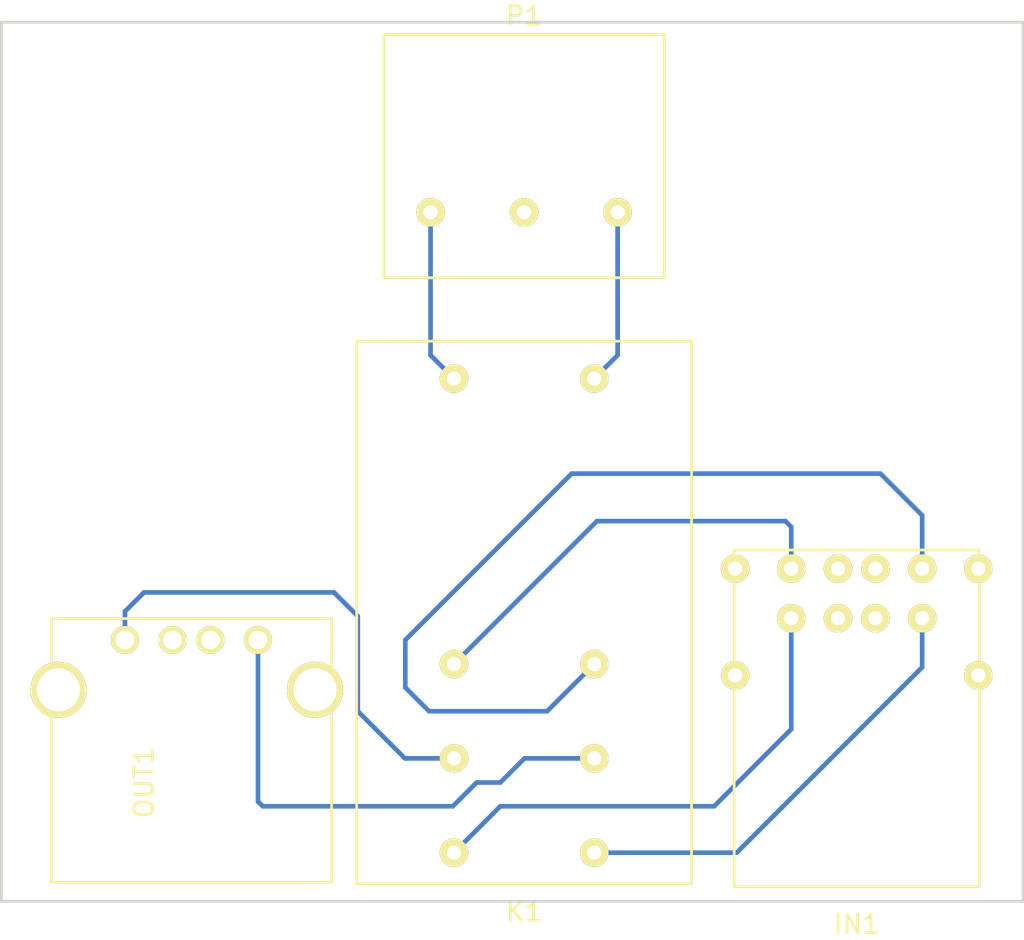
<source format=kicad_pcb>
(kicad_pcb (version 4) (host pcbnew "(after 2015-mar-04 BZR unknown)-product")

  (general
    (links 8)
    (no_connects 0)
    (area 153.594999 59.495 208.355001 110.145)
    (thickness 1.6)
    (drawings 4)
    (tracks 37)
    (zones 0)
    (modules 4)
    (nets 16)
  )

  (page A4)
  (layers
    (0 F.Cu signal)
    (31 B.Cu signal)
    (32 B.Adhes user)
    (33 F.Adhes user)
    (34 B.Paste user)
    (35 F.Paste user)
    (36 B.SilkS user)
    (37 F.SilkS user)
    (38 B.Mask user)
    (39 F.Mask user)
    (40 Dwgs.User user)
    (41 Cmts.User user)
    (42 Eco1.User user)
    (43 Eco2.User user)
    (44 Edge.Cuts user)
    (45 Margin user)
    (46 B.CrtYd user)
    (47 F.CrtYd user)
    (48 B.Fab user)
    (49 F.Fab user)
  )

  (setup
    (last_trace_width 0.25)
    (trace_clearance 0.2)
    (zone_clearance 0.508)
    (zone_45_only no)
    (trace_min 0.2)
    (segment_width 0.2)
    (edge_width 0.15)
    (via_size 0.6)
    (via_drill 0.4)
    (via_min_size 0.4)
    (via_min_drill 0.3)
    (uvia_size 0.3)
    (uvia_drill 0.1)
    (uvias_allowed no)
    (uvia_min_size 0.2)
    (uvia_min_drill 0.1)
    (pcb_text_width 0.3)
    (pcb_text_size 1.5 1.5)
    (mod_edge_width 0.15)
    (mod_text_size 1 1)
    (mod_text_width 0.15)
    (pad_size 1.524 1.524)
    (pad_drill 0.762)
    (pad_to_mask_clearance 0.2)
    (aux_axis_origin 0 0)
    (visible_elements FFFFFF7F)
    (pcbplotparams
      (layerselection 0x01000_80000000)
      (usegerberextensions false)
      (excludeedgelayer false)
      (linewidth 1.000000)
      (plotframeref false)
      (viasonmask false)
      (mode 1)
      (useauxorigin false)
      (hpglpennumber 1)
      (hpglpenspeed 20)
      (hpglpendiameter 15)
      (hpglpenoverlay 2)
      (psnegative false)
      (psa4output false)
      (plotreference true)
      (plotvalue true)
      (plotinvisibletext false)
      (padsonsilk false)
      (subtractmaskfromsilk false)
      (outputformat 4)
      (mirror true)
      (drillshape 1)
      (scaleselection 1)
      (outputdirectory ""))
  )

  (net 0 "")
  (net 1 "Net-(IN1-Pad1)")
  (net 2 "Net-(IN1-Pad2)")
  (net 3 "Net-(IN1-Pad3)")
  (net 4 "Net-(IN1-Pad4)")
  (net 5 "Net-(IN1-Pad5)")
  (net 6 "Net-(IN1-Pad6)")
  (net 7 "Net-(IN1-Pad7)")
  (net 8 "Net-(IN1-Pad8)")
  (net 9 "Net-(K1-Pad1)")
  (net 10 "Net-(K1-Pad16)")
  (net 11 "Net-(K1-Pad4)")
  (net 12 "Net-(K1-Pad13)")
  (net 13 "Net-(OUT1-Pad3)")
  (net 14 "Net-(OUT1-Pad2)")
  (net 15 "Net-(P1-Pad2)")

  (net_class Default "This is the default net class."
    (clearance 0.2)
    (trace_width 0.25)
    (via_dia 0.6)
    (via_drill 0.4)
    (uvia_dia 0.3)
    (uvia_drill 0.1)
    (add_net "Net-(IN1-Pad1)")
    (add_net "Net-(IN1-Pad2)")
    (add_net "Net-(IN1-Pad3)")
    (add_net "Net-(IN1-Pad4)")
    (add_net "Net-(IN1-Pad5)")
    (add_net "Net-(IN1-Pad6)")
    (add_net "Net-(IN1-Pad7)")
    (add_net "Net-(IN1-Pad8)")
    (add_net "Net-(K1-Pad1)")
    (add_net "Net-(K1-Pad13)")
    (add_net "Net-(K1-Pad16)")
    (add_net "Net-(K1-Pad4)")
    (add_net "Net-(OUT1-Pad2)")
    (add_net "Net-(OUT1-Pad3)")
    (add_net "Net-(P1-Pad2)")
  )

  (module power-source:USB2AW (layer F.Cu) (tedit 55AA063F) (tstamp 55AA14B1)
    (at 199.39 90.17)
    (path /55A96130)
    (fp_text reference IN1 (at 0 19) (layer F.SilkS)
      (effects (font (size 1 1) (thickness 0.15)))
    )
    (fp_text value CONN_01X08 (at 0 -3) (layer F.Fab)
      (effects (font (size 1 1) (thickness 0.15)))
    )
    (fp_line (start -6.55 -1) (end -6.55 17) (layer F.SilkS) (width 0.15))
    (fp_line (start -6.55 17) (end 6.55 17) (layer F.SilkS) (width 0.15))
    (fp_line (start 6.55 17) (end 6.55 -1) (layer F.SilkS) (width 0.15))
    (fp_line (start 6.55 -1) (end -6.55 -1) (layer F.SilkS) (width 0.15))
    (pad 1 thru_hole circle (at -3.5 0) (size 1.524 1.524) (drill 0.762) (layers *.Cu *.Mask F.SilkS)
      (net 1 "Net-(IN1-Pad1)"))
    (pad 2 thru_hole circle (at -1 0) (size 1.524 1.524) (drill 0.762) (layers *.Cu *.Mask F.SilkS)
      (net 2 "Net-(IN1-Pad2)"))
    (pad 3 thru_hole circle (at 1 0) (size 1.524 1.524) (drill 0.762) (layers *.Cu *.Mask F.SilkS)
      (net 3 "Net-(IN1-Pad3)"))
    (pad 4 thru_hole circle (at 3.5 0) (size 1.524 1.524) (drill 0.762) (layers *.Cu *.Mask F.SilkS)
      (net 4 "Net-(IN1-Pad4)"))
    (pad 5 thru_hole circle (at -3.5 2.65) (size 1.524 1.524) (drill 0.762) (layers *.Cu *.Mask F.SilkS)
      (net 5 "Net-(IN1-Pad5)"))
    (pad 6 thru_hole circle (at -1 2.65) (size 1.524 1.524) (drill 0.762) (layers *.Cu *.Mask F.SilkS)
      (net 6 "Net-(IN1-Pad6)"))
    (pad 7 thru_hole circle (at 1 2.65) (size 1.524 1.524) (drill 0.762) (layers *.Cu *.Mask F.SilkS)
      (net 7 "Net-(IN1-Pad7)"))
    (pad 8 thru_hole circle (at 3.5 2.65) (size 1.524 1.524) (drill 0.762) (layers *.Cu *.Mask F.SilkS)
      (net 8 "Net-(IN1-Pad8)"))
    (pad 14 thru_hole circle (at -6.5 0) (size 1.524 1.524) (drill 0.762) (layers *.Cu *.Mask F.SilkS))
    (pad 15 thru_hole circle (at 6.5 0) (size 1.524 1.524) (drill 0.762) (layers *.Cu *.Mask F.SilkS))
    (pad 16 thru_hole circle (at -6.5 5.7) (size 1.524 1.524) (drill 0.762) (layers *.Cu *.Mask F.SilkS))
    (pad 17 thru_hole circle (at 6.5 5.7) (size 1.524 1.524) (drill 0.762) (layers *.Cu *.Mask F.SilkS))
  )

  (module power-source:RELAY (layer F.Cu) (tedit 55AA13DA) (tstamp 55AA14C1)
    (at 181.61 80.01)
    (path /55338D29)
    (fp_text reference K1 (at 0 28.5) (layer F.SilkS)
      (effects (font (size 1 1) (thickness 0.15)))
    )
    (fp_text value RELAY_G5V-2 (at 0 -3.5) (layer F.Fab)
      (effects (font (size 1 1) (thickness 0.15)))
    )
    (fp_line (start -8.95 -2) (end -8.95 27) (layer F.SilkS) (width 0.15))
    (fp_line (start -8.95 -2) (end 8.95 -2) (layer F.SilkS) (width 0.15))
    (fp_line (start -8.95 27) (end 8.95 27) (layer F.SilkS) (width 0.15))
    (fp_line (start 8.95 -2) (end 8.95 27) (layer F.SilkS) (width 0.15))
    (pad 1 thru_hole circle (at -3.75 0) (size 1.524 1.524) (drill 0.762) (layers *.Cu *.Mask F.SilkS)
      (net 9 "Net-(K1-Pad1)"))
    (pad 16 thru_hole circle (at 3.75 0) (size 1.524 1.524) (drill 0.762) (layers *.Cu *.Mask F.SilkS)
      (net 10 "Net-(K1-Pad16)"))
    (pad 6 thru_hole circle (at -3.75 15.26) (size 1.524 1.524) (drill 0.762) (layers *.Cu *.Mask F.SilkS)
      (net 1 "Net-(IN1-Pad1)"))
    (pad 4 thru_hole circle (at -3.75 20.3) (size 1.524 1.524) (drill 0.762) (layers *.Cu *.Mask F.SilkS)
      (net 11 "Net-(K1-Pad4)"))
    (pad 8 thru_hole circle (at -3.75 25.34) (size 1.524 1.524) (drill 0.762) (layers *.Cu *.Mask F.SilkS)
      (net 5 "Net-(IN1-Pad5)"))
    (pad 11 thru_hole circle (at 3.75 15.26) (size 1.524 1.524) (drill 0.762) (layers *.Cu *.Mask F.SilkS)
      (net 4 "Net-(IN1-Pad4)"))
    (pad 13 thru_hole circle (at 3.75 20.3) (size 1.524 1.524) (drill 0.762) (layers *.Cu *.Mask F.SilkS)
      (net 12 "Net-(K1-Pad13)"))
    (pad 9 thru_hole circle (at 3.75 25.34) (size 1.524 1.524) (drill 0.762) (layers *.Cu *.Mask F.SilkS)
      (net 8 "Net-(IN1-Pad8)"))
  )

  (module Connect:USB_A (layer F.Cu) (tedit 0) (tstamp 55AA14CB)
    (at 163.83 93.98 270)
    (path /55AA0E95)
    (fp_text reference OUT1 (at 7.62 2.54 270) (layer F.SilkS)
      (effects (font (size 1 1) (thickness 0.15)))
    )
    (fp_text value CONN_01X04 (at 7.62 -2.54 270) (layer F.Fab)
      (effects (font (size 1 1) (thickness 0.15)))
    )
    (fp_line (start -1.143 -7.493) (end 12.954 -7.493) (layer F.SilkS) (width 0.15))
    (fp_line (start 12.954 7.493) (end -1.143 7.493) (layer F.SilkS) (width 0.15))
    (fp_line (start -1.143 -7.493) (end -1.143 7.493) (layer F.SilkS) (width 0.15))
    (fp_line (start 12.954 -7.493) (end 12.954 7.493) (layer F.SilkS) (width 0.15))
    (pad 4 thru_hole circle (at 0 -3.556 270) (size 1.50114 1.50114) (drill 1.00076) (layers *.Cu *.Mask F.SilkS)
      (net 12 "Net-(K1-Pad13)"))
    (pad 3 thru_hole circle (at 0 -1.016 270) (size 1.50114 1.50114) (drill 1.00076) (layers *.Cu *.Mask F.SilkS)
      (net 13 "Net-(OUT1-Pad3)"))
    (pad 2 thru_hole circle (at 0 1.016 270) (size 1.50114 1.50114) (drill 1.00076) (layers *.Cu *.Mask F.SilkS)
      (net 14 "Net-(OUT1-Pad2)"))
    (pad 1 thru_hole circle (at 0 3.556 270) (size 1.50114 1.50114) (drill 1.00076) (layers *.Cu *.Mask F.SilkS)
      (net 11 "Net-(K1-Pad4)"))
    (pad 5 thru_hole circle (at 2.667 -6.604 270) (size 2.99974 2.99974) (drill 2.30124) (layers *.Cu *.Mask F.SilkS))
    (pad 6 thru_hole circle (at 2.667 7.112 270) (size 2.99974 2.99974) (drill 2.30124) (layers *.Cu *.Mask F.SilkS))
    (model Connect.3dshapes/USB_A.wrl
      (at (xyz 0 0 0))
      (scale (xyz 1 1 1))
      (rotate (xyz 0 0 0))
    )
  )

  (module power-source:CMM_53SQ (layer F.Cu) (tedit 55AA0B29) (tstamp 55AA14D7)
    (at 181.61 71.12 180)
    (path /55A95BFF)
    (fp_text reference P1 (at 0 10.5 180) (layer F.SilkS)
      (effects (font (size 1 1) (thickness 0.15)))
    )
    (fp_text value CONN_01X03 (at 0 -5 180) (layer F.Fab)
      (effects (font (size 1 1) (thickness 0.15)))
    )
    (fp_line (start 0 -3.5) (end 7.5 -3.5) (layer F.SilkS) (width 0.15))
    (fp_line (start 7.5 -3.5) (end 7.5 9.5) (layer F.SilkS) (width 0.15))
    (fp_line (start 7.5 9.5) (end -7.5 9.5) (layer F.SilkS) (width 0.15))
    (fp_line (start -7.5 9.5) (end -7.5 -3.5) (layer F.SilkS) (width 0.15))
    (fp_line (start -7.5 -3.5) (end 0 -3.5) (layer F.SilkS) (width 0.15))
    (pad 2 thru_hole circle (at 0 0 180) (size 1.524 1.524) (drill 0.762) (layers *.Cu *.Mask F.SilkS)
      (net 15 "Net-(P1-Pad2)"))
    (pad 1 thru_hole circle (at -5 0 180) (size 1.524 1.524) (drill 0.762) (layers *.Cu *.Mask F.SilkS)
      (net 10 "Net-(K1-Pad16)"))
    (pad 3 thru_hole circle (at 5 0 180) (size 1.524 1.524) (drill 0.762) (layers *.Cu *.Mask F.SilkS)
      (net 9 "Net-(K1-Pad1)"))
  )

  (gr_line (start 208.28 107.95) (end 153.67 107.95) (angle 90) (layer Edge.Cuts) (width 0.15))
  (gr_line (start 208.28 107.95) (end 208.28 60.96) (angle 90) (layer Edge.Cuts) (width 0.15))
  (gr_line (start 153.67 60.96) (end 153.67 107.95) (angle 90) (layer Edge.Cuts) (width 0.15))
  (gr_line (start 208.28 60.96) (end 153.67 60.96) (angle 90) (layer Edge.Cuts) (width 0.15))

  (segment (start 195.89 90.17) (end 195.89 87.94) (width 0.25) (layer B.Cu) (net 1))
  (segment (start 185.5 87.63) (end 177.86 95.27) (width 0.25) (layer B.Cu) (net 1) (tstamp 55AA17B8))
  (segment (start 195.58 87.63) (end 185.5 87.63) (width 0.25) (layer B.Cu) (net 1) (tstamp 55AA17B6))
  (segment (start 195.89 87.94) (end 195.58 87.63) (width 0.25) (layer B.Cu) (net 1) (tstamp 55AA17B2))
  (segment (start 202.89 90.17) (end 202.89 87.32) (width 0.25) (layer B.Cu) (net 4))
  (segment (start 182.84 97.79) (end 185.36 95.27) (width 0.25) (layer B.Cu) (net 4) (tstamp 55AA1AE8))
  (segment (start 176.53 97.79) (end 182.84 97.79) (width 0.25) (layer B.Cu) (net 4) (tstamp 55AA1AE6))
  (segment (start 175.26 96.52) (end 176.53 97.79) (width 0.25) (layer B.Cu) (net 4) (tstamp 55AA1AE3))
  (segment (start 175.26 93.98) (end 175.26 96.52) (width 0.25) (layer B.Cu) (net 4) (tstamp 55AA1AE1))
  (segment (start 184.15 85.09) (end 175.26 93.98) (width 0.25) (layer B.Cu) (net 4) (tstamp 55AA1ADB))
  (segment (start 200.66 85.09) (end 184.15 85.09) (width 0.25) (layer B.Cu) (net 4) (tstamp 55AA1AD6))
  (segment (start 202.89 87.32) (end 200.66 85.09) (width 0.25) (layer B.Cu) (net 4) (tstamp 55AA1AD0))
  (segment (start 195.89 92.82) (end 195.89 98.75) (width 0.25) (layer B.Cu) (net 5))
  (segment (start 180.34 102.87) (end 177.86 105.35) (width 0.25) (layer B.Cu) (net 5) (tstamp 55AA1794))
  (segment (start 191.77 102.87) (end 180.34 102.87) (width 0.25) (layer B.Cu) (net 5) (tstamp 55AA178E))
  (segment (start 195.89 98.75) (end 191.77 102.87) (width 0.25) (layer B.Cu) (net 5) (tstamp 55AA1789))
  (segment (start 185.36 105.35) (end 192.98 105.35) (width 0.25) (layer B.Cu) (net 8))
  (segment (start 202.89 95.44) (end 202.89 92.82) (width 0.25) (layer B.Cu) (net 8) (tstamp 55AA1AEF))
  (segment (start 192.98 105.35) (end 202.89 95.44) (width 0.25) (layer B.Cu) (net 8) (tstamp 55AA1AED))
  (segment (start 176.61 71.12) (end 176.61 78.76) (width 0.25) (layer B.Cu) (net 9))
  (segment (start 176.61 78.76) (end 177.86 80.01) (width 0.25) (layer B.Cu) (net 9) (tstamp 55AA1733))
  (segment (start 186.61 71.12) (end 186.61 78.76) (width 0.25) (layer B.Cu) (net 10))
  (segment (start 186.61 78.76) (end 185.36 80.01) (width 0.25) (layer B.Cu) (net 10) (tstamp 55AA1740))
  (segment (start 160.274 93.98) (end 160.274 92.456) (width 0.25) (layer B.Cu) (net 11))
  (segment (start 175.24 100.31) (end 177.86 100.31) (width 0.25) (layer B.Cu) (net 11) (tstamp 55AA1ABE))
  (segment (start 172.72 97.79) (end 175.24 100.31) (width 0.25) (layer B.Cu) (net 11) (tstamp 55AA1ABA))
  (segment (start 172.72 92.71) (end 172.72 97.79) (width 0.25) (layer B.Cu) (net 11) (tstamp 55AA1AB7))
  (segment (start 171.45 91.44) (end 172.72 92.71) (width 0.25) (layer B.Cu) (net 11) (tstamp 55AA1AB0))
  (segment (start 161.29 91.44) (end 171.45 91.44) (width 0.25) (layer B.Cu) (net 11) (tstamp 55AA1AAC))
  (segment (start 160.274 92.456) (end 161.29 91.44) (width 0.25) (layer B.Cu) (net 11) (tstamp 55AA1AAA))
  (segment (start 167.386 93.98) (end 167.386 102.616) (width 0.25) (layer B.Cu) (net 12))
  (segment (start 181.63 100.31) (end 185.36 100.31) (width 0.25) (layer B.Cu) (net 12) (tstamp 55AA1A72))
  (segment (start 180.34 101.6) (end 181.63 100.31) (width 0.25) (layer B.Cu) (net 12) (tstamp 55AA1A70))
  (segment (start 179.07 101.6) (end 180.34 101.6) (width 0.25) (layer B.Cu) (net 12) (tstamp 55AA1A68))
  (segment (start 177.8 102.87) (end 179.07 101.6) (width 0.25) (layer B.Cu) (net 12) (tstamp 55AA1A60))
  (segment (start 167.64 102.87) (end 177.8 102.87) (width 0.25) (layer B.Cu) (net 12) (tstamp 55AA1A5E))
  (segment (start 167.386 102.616) (end 167.64 102.87) (width 0.25) (layer B.Cu) (net 12) (tstamp 55AA1A58))

)

</source>
